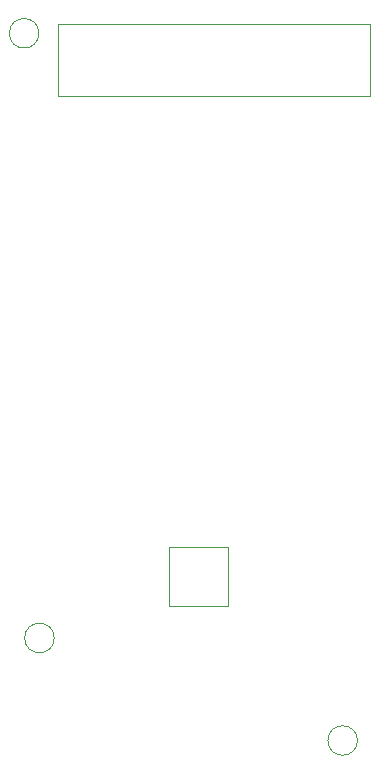
<source format=gbr>
G04 #@! TF.GenerationSoftware,KiCad,Pcbnew,(5.1.5)-3*
G04 #@! TF.CreationDate,2020-06-30T19:55:35+10:00*
G04 #@! TF.ProjectId,cicada-2g,63696361-6461-42d3-9267-2e6b69636164,0.1*
G04 #@! TF.SameCoordinates,PX7cee6c0PY3dfd240*
G04 #@! TF.FileFunction,Other,User*
%FSLAX46Y46*%
G04 Gerber Fmt 4.6, Leading zero omitted, Abs format (unit mm)*
G04 Created by KiCad (PCBNEW (5.1.5)-3) date 2020-06-30 19:55:35*
%MOMM*%
%LPD*%
G04 APERTURE LIST*
%ADD10C,0.050000*%
G04 APERTURE END LIST*
D10*
X12100000Y-57560000D02*
G75*
G03X12100000Y-57560000I-1250000J0D01*
G01*
X-13570000Y-48880000D02*
G75*
G03X-13570000Y-48880000I-1250000J0D01*
G01*
X-14870000Y2320000D02*
G75*
G03X-14870000Y2320000I-1250000J0D01*
G01*
X13170000Y3070000D02*
X-13230000Y3070000D01*
X13170000Y-3030000D02*
X13170000Y3070000D01*
X-13230000Y-3030000D02*
X13170000Y-3030000D01*
X-13230000Y3070000D02*
X-13230000Y-3030000D01*
X1110000Y-46190000D02*
X-3890000Y-46190000D01*
X-3890000Y-46190000D02*
X-3890000Y-41190000D01*
X-3890000Y-41190000D02*
X1110000Y-41190000D01*
X1110000Y-41190000D02*
X1110000Y-46190000D01*
M02*

</source>
